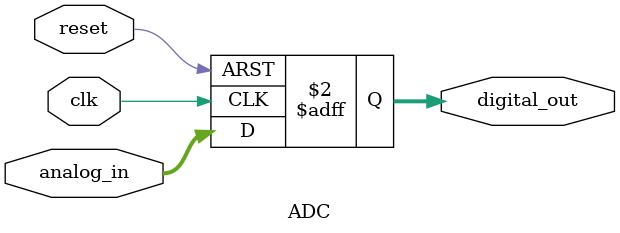
<source format=v>
`timescale 1ns / 1ps


module ADC(
    input wire clk,           // Clock input
    input wire reset,         // Reset input
    input wire [7:0] analog_in, // 8-bit analog input (for simplicity, this is already digital)
    output reg [7:0] digital_out // 8-bit digital output
);

// ADC process
always @(posedge clk or posedge reset) begin
    if (reset) begin
        digital_out <= 8'b0; // Reset output to 0
    end else begin
        digital_out <= analog_in; // Assign the analog input to digital output
    end
end

endmodule

</source>
